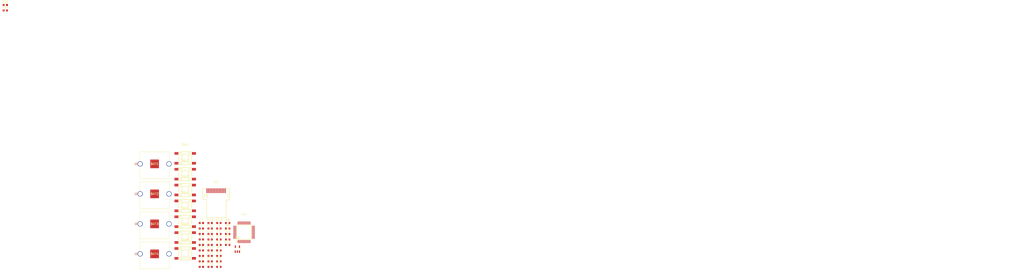
<source format=kicad_pcb>
(kicad_pcb (version 20240108) (generator "pcbnew") (generator_version "8.0")
  (layers (0 "F.Cu" signal) (31 "B.Cu" signal) (34 "B.Paste" user) (35 "F.Paste" user) (36 "B.SilkS" user "B.Silkscreen") (37 "F.SilkS" user "F.Silkscreen") (38 "B.Mask" user) (39 "F.Mask" user) (44 "Edge.Cuts" user))
  (net 0 "")
  (net 1 "Net-(BAT1-Pad3)")
  (net 2 "Net-(BAT1-Pad1)")
  (net 3 "Net-(BAT2-Pad3)")
  (net 4 "Net-(BAT3-Pad3)")
  (net 5 "GND")
  (net 6 "Net-(U2-EN)")
  (net 7 "Net-(U2-FB)")
  (net 8 "+3V0")
  (net 9 "Net-(U4-VBAT)")
  (net 10 "Net-(C13-Pad1)")
  (net 11 "Net-(C13-Pad2)")
  (net 12 "Net-(C14-Pad2)")
  (net 13 "Net-(C14-Pad1)")
  (net 14 "Net-(C15-Pad1)")
  (net 15 "Net-(C15-Pad2)")
  (net 16 "Net-(C16-Pad2)")
  (net 17 "Net-(C16-Pad1)")
  (net 18 "Net-(C17-Pad2)")
  (net 19 "Net-(C17-Pad1)")
  (net 20 "Net-(C18-Pad1)")
  (net 21 "Net-(C18-Pad2)")
  (net 22 "reset_button")
  (net 23 "Net-(U2-SW)")
  (net 24 "Net-(R10-Pad2)")
  (net 25 "Net-(U4-BOOT0)")
  (net 26 "button_up")
  (net 27 "button_down")
  (net 28 "button_right")
  (net 29 "button_a")
  (net 30 "button_left")
  (net 31 "button_b")
  (net 32 "Net-(U3-RESET)")
  (net 33 "spi1_sck")
  (net 36 "spi1_mosi")
  (net 37 "Net-(U3-RS)")
  (net 39 "Net-(U3-CS)")
  (net 65 "spi1_miso")
  (footprint "Capacitor_SMD:C_0603_1608Metric" (layer "F.Cu") (at 95.225 110.545)
    (property "Reference" "C14" (at 0 -1.43 0) (layer "F.SilkS"))
    (property "Value" "2.2uF")
    (fp_line (start -0.14058 -0.51) (end 0.14058 -0.51) (stroke (width 0.12)) (layer "F.SilkS"))
    (fp_line (start -0.14058 0.51) (end 0.14058 0.51) (stroke (width 0.12)) (layer "F.SilkS"))
    (pad "1" smd roundrect (at -0.775 0) (size 0.9 0.95) (layers "F.Cu" "F.Paste" "F.Mask") (net 13 "Net-(C14-Pad1)"))
    (pad "2" smd roundrect (at 0.775 0) (size 0.9 0.95) (layers "F.Cu" "F.Paste" "F.Mask") (net 12 "Net-(C14-Pad2)"))
  )
  (footprint "indigos_kicad_lib:2997_KEY" (layer "F.Cu") (at 63.2 87.1896)
    (property "Reference" "BAT2" (at 6.604 0 0) (layer "F.SilkS"))
    (property "Value" "2997")
    (fp_circle (center -1.905 0) (end -1.524 0) (stroke (width 0.508)) (fill none) (layer "B.SilkS"))
    (fp_line (start -0.127 -5.461) (end -0.127 -1.508503) (stroke (width 0.1524)) (layer "F.SilkS"))
    (fp_line (start -0.127 1.508503) (end -0.127 6.858) (stroke (width 0.1524)) (layer "F.SilkS"))
    (fp_line (start -0.127 6.858) (end 13.335 6.858) (stroke (width 0.1524)) (layer "F.SilkS"))
    (fp_line (start 13.335 -5.461) (end -0.127 -5.461) (stroke (width 0.1524)) (layer "F.SilkS"))
    (fp_line (start 13.335 -1.508503) (end 13.335 -5.461) (stroke (width 0.1524)) (layer "F.SilkS"))
    (fp_line (start 13.335 6.858) (end 13.335 1.508503) (stroke (width 0.1524)) (layer "F.SilkS"))
    (fp_arc (start -1.665488 0.296302) (mid -2.286 0) (end -1.665488 -0.296302) (stroke (width 0.508)) (layer "F.SilkS"))
    (pad "1" thru_hole circle (at 0 0) (size 2.3622 2.3622) (drill 1.8542) (layers "*.Cu" "*.Mask") (net 1 "Net-(BAT1-Pad3)"))
    (pad "2" thru_hole circle (at 13.208 0) (size 2.3622 2.3622) (drill 1.8542) (layers "*.Cu" "*.Mask") (net 1 "Net-(BAT1-Pad3)"))
    (pad "3" smd rect (at 6.604 0) (size 3.9624 3.9624) (layers "F.Cu" "F.Paste" "F.Mask") (net 3 "Net-(BAT2-Pad3)"))
  )
  (footprint "Capacitor_SMD:C_0603_1608Metric" (layer "F.Cu") (at 91.215 115.565)
    (property "Reference" "C7" (at 0 -1.43 0) (layer "F.SilkS"))
    (property "Value" "100nF")
    (fp_line (start -0.14058 -0.51) (end 0.14058 -0.51) (stroke (width 0.12)) (layer "F.SilkS"))
    (fp_line (start -0.14058 0.51) (end 0.14058 0.51) (stroke (width 0.12)) (layer "F.SilkS"))
    (pad "1" smd roundrect (at -0.775 0) (size 0.9 0.95) (layers "F.Cu" "F.Paste" "F.Mask") (net 8 "+3V0"))
    (pad "2" smd roundrect (at 0.775 0) (size 0.9 0.95) (layers "F.Cu" "F.Paste" "F.Mask") (net 5 "GND"))
  )
  (footprint "easyeda2kicad:SW-SMD_4P-L6.0-W6.0-P4.50-LS8.6" (layer "F.Cu") (at 83.81 70.925)
    (property "Reference" "SW1" (at 0 -6.25 0) (layer "F.SilkS"))
    (property "Value" "TSD003A04126A02")
    (fp_line (start -3 -3) (end 3 -3) (stroke (width 0.25)) (layer "F.SilkS"))
    (fp_line (start -3 -1.27) (end -3 1.27) (stroke (width 0.25)) (layer "F.SilkS"))
    (fp_line (start -3 3) (end 3 3) (stroke (width 0.25)) (layer "F.SilkS"))
    (fp_line (start 3 -1.27) (end 3 1.27) (stroke (width 0.25)) (layer "F.SilkS"))
    (fp_circle (center -2.03 -2.03) (end -1.46 -2.03) (stroke (width 0.25)) (fill none) (layer "F.SilkS"))
    (fp_circle (center -1.97 2.09) (end -1.4 2.09) (stroke (width 0.25)) (fill none) (layer "F.SilkS"))
    (fp_circle (center 0 0) (end 1.71 0) (stroke (width 0.25)) (fill none) (layer "F.SilkS"))
    (fp_circle (center 2.03 2.03) (end 2.6 2.03) (stroke (width 0.25)) (fill none) (layer "F.SilkS"))
    (fp_circle (center 2.09 -1.97) (end 2.66 -1.97) (stroke (width 0.25)) (fill none) (layer "F.SilkS"))
    (pad "1" smd rect (at -4 -2.25) (size 1.8 1.2) (layers "F.Cu" "F.Paste" "F.Mask") (net 8 "+3V0"))
    (pad "2" smd rect (at 4 -2.25) (size 1.8 1.2) (layers "F.Cu" "F.Paste" "F.Mask") (net 8 "+3V0"))
    (pad "3" smd rect (at -4 2.25) (size 1.8 1.2) (layers "F.Cu" "F.Paste" "F.Mask") (net 26 "button_up"))
    (pad "4" smd rect (at 4 2.25) (size 1.8 1.2) (layers "F.Cu" "F.Paste" "F.Mask") (net 11 "Net-(C13-Pad2)"))
  )
  (footprint "Capacitor_SMD:C_0603_1608Metric" (layer "F.Cu") (at 95.225 113.055)
    (property "Reference" "C15" (at 0 -1.43 0) (layer "F.SilkS"))
    (property "Value" "2.2uF")
    (fp_line (start -0.14058 -0.51) (end 0.14058 -0.51) (stroke (width 0.12)) (layer "F.SilkS"))
    (fp_line (start -0.14058 0.51) (end 0.14058 0.51) (stroke (width 0.12)) (layer "F.SilkS"))
    (pad "1" smd roundrect (at -0.775 0) (size 0.9 0.95) (layers "F.Cu" "F.Paste" "F.Mask") (net 14 "Net-(C15-Pad1)"))
    (pad "2" smd roundrect (at 0.775 0) (size 0.9 0.95) (layers "F.Cu" "F.Paste" "F.Mask") (net 15 "Net-(C15-Pad2)"))
  )
  (footprint "Capacitor_SMD:C_0603_1608Metric" (layer "F.Cu") (at 91.215 105.525)
    (property "Reference" "C3" (at 0 -1.43 0) (layer "F.SilkS"))
    (property "Value" "10uF")
    (fp_line (start -0.14058 -0.51) (end 0.14058 -0.51) (stroke (width 0.12)) (layer "F.SilkS"))
    (fp_line (start -0.14058 0.51) (end 0.14058 0.51) (stroke (width 0.12)) (layer "F.SilkS"))
    (pad "1" smd roundrect (at -0.775 0) (size 0.9 0.95) (layers "F.Cu" "F.Paste" "F.Mask") (net 8 "+3V0"))
    (pad "2" smd roundrect (at 0.775 0) (size 0.9 0.95) (layers "F.Cu" "F.Paste" "F.Mask") (net 5 "GND"))
  )
  (footprint "Capacitor_SMD:C_0603_1608Metric" (layer "F.Cu") (at 95.225 100.505)
    (property "Reference" "C10" (at 0 -1.43 0) (layer "F.SilkS"))
    (property "Value" "10uF")
    (fp_line (start -0.14058 -0.51) (end 0.14058 -0.51) (stroke (width 0.12)) (layer "F.SilkS"))
    (fp_line (start -0.14058 0.51) (end 0.14058 0.51) (stroke (width 0.12)) (layer "F.SilkS"))
    (pad "1" smd roundrect (at -0.775 0) (size 0.9 0.95) (layers "F.Cu" "F.Paste" "F.Mask") (net 8 "+3V0"))
    (pad "2" smd roundrect (at 0.775 0) (size 0.9 0.95) (layers "F.Cu" "F.Paste" "F.Mask") (net 5 "GND"))
  )
  (footprint "easyeda2kicad:SOT-23-5_L3.0-W1.7-P0.95-LS2.8-BL" (layer "F.Cu") (at 107.7 112.49)
    (property "Reference" "U2" (at 0 -5.15 0) (layer "F.SilkS"))
    (property "Value" "MT9216")
    (fp_line (start -1.53 0.85) (end -1.53 -0.85) (stroke (width 0.15)) (layer "F.SilkS"))
    (fp_line (start 0.48 -0.85) (end -0.48 -0.85) (stroke (width 0.15)) (layer "F.SilkS"))
    (fp_line (start 1.53 0.85) (end 1.53 -0.85) (stroke (width 0.15)) (layer "F.SilkS"))
    (fp_circle (center -1.65 1.14) (end -1.5 1.14) (stroke (width 0.3)) (fill none) (layer "F.SilkS"))
    (pad "1" smd rect (at -0.95 1.15) (size 0.49 1.16) (layers "F.Cu" "F.Paste" "F.Mask") (net 6 "Net-(U2-EN)"))
    (pad "2" smd rect (at 0 1.15) (size 0.49 1.16) (layers "F.Cu" "F.Paste" "F.Mask") (net 5 "GND"))
    (pad "3" smd rect (at 0.95 1.15) (size 0.49 1.16) (layers "F.Cu" "F.Paste" "F.Mask") (net 6 "Net-(U2-EN)"))
    (pad "4" smd rect (at 0.95 -1.15) (size 0.49 1.18) (layers "F.Cu" "F.Paste" "F.Mask") (net 7 "Net-(U2-FB)"))
    (pad "5" smd rect (at -0.95 -1.15) (size 0.49 1.18) (layers "F.Cu" "F.Paste" "F.Mask") (net 23 "Net-(U2-SW)"))
  )
  (footprint "Resistor_SMD:R_0603_1608Metric" (layer "F.Cu") (at 99.235 110.545)
    (property "Reference" "R3" (at 0 -1.43 0) (layer "F.SilkS"))
    (property "Value" "0")
    (fp_line (start -0.237258 -0.5225) (end 0.237258 -0.5225) (stroke (width 0.12)) (layer "F.SilkS"))
    (fp_line (start -0.237258 0.5225) (end 0.237258 0.5225) (stroke (width 0.12)) (layer "F.SilkS"))
    (pad "1" smd roundrect (at -0.825 0) (size 0.8 0.95) (layers "F.Cu" "F.Paste" "F.Mask") (net 6 "Net-(U2-EN)"))
    (pad "2" smd roundrect (at 0.825 0) (size 0.8 0.95) (layers "F.Cu" "F.Paste" "F.Mask") (net 2 "Net-(BAT1-Pad1)"))
  )
  (footprint "Resistor_SMD:R_0603_1608Metric" (layer "F.Cu") (at 103.245 108.035)
    (property "Reference" "R11" (at 0 -1.43 0) (layer "F.SilkS"))
    (property "Value" "0")
    (fp_line (start -0.237258 -0.5225) (end 0.237258 -0.5225) (stroke (width 0.12)) (layer "F.SilkS"))
    (fp_line (start -0.237258 0.5225) (end 0.237258 0.5225) (stroke (width 0.12)) (layer "F.SilkS"))
    (pad "1" smd roundrect (at -0.825 0) (size 0.8 0.95) (layers "F.Cu" "F.Paste" "F.Mask") (net 24 "Net-(R10-Pad2)"))
    (pad "2" smd roundrect (at 0.825 0) (size 0.8 0.95) (layers "F.Cu" "F.Paste" "F.Mask") (net 8 "+3V0"))
  )
  (footprint "Capacitor_SMD:C_0603_1608Metric" (layer "F.Cu") (at 95.225 105.525)
    (property "Reference" "C12" (at 0 -1.43 0) (layer "F.SilkS"))
    (property "Value" "100nF")
    (fp_line (start -0.14058 -0.51) (end 0.14058 -0.51) (stroke (width 0.12)) (layer "F.SilkS"))
    (fp_line (start -0.14058 0.51) (end 0.14058 0.51) (stroke (width 0.12)) (layer "F.SilkS"))
    (pad "1" smd roundrect (at -0.775 0) (size 0.9 0.95) (layers "F.Cu" "F.Paste" "F.Mask") (net 8 "+3V0"))
    (pad "2" smd roundrect (at 0.775 0) (size 0.9 0.95) (layers "F.Cu" "F.Paste" "F.Mask") (net 9 "Net-(U4-VBAT)"))
  )
  (footprint "Capacitor_SMD:C_0603_1608Metric" (layer "F.Cu") (at 1.505 0.755)
    (property "Reference" "C20" (at 0 -1.43 0) (layer "F.SilkS"))
    (property "Value" "10uF")
    (fp_line (start -0.14058 -0.51) (end 0.14058 -0.51) (stroke (width 0.12)) (layer "F.SilkS"))
    (fp_line (start -0.14058 0.51) (end 0.14058 0.51) (stroke (width 0.12)) (layer "F.SilkS"))
    (pad "1" smd roundrect (at -0.775 0) (size 0.9 0.95) (layers "F.Cu" "F.Paste" "F.Mask") (net 8 "+3V0"))
    (pad "2" smd roundrect (at 0.775 0) (size 0.9 0.95) (layers "F.Cu" "F.Paste" "F.Mask") (net 5 "GND"))
  )
  (footprint "Capacitor_SMD:C_0603_1608Metric" (layer "F.Cu") (at 91.215 118.075)
    (property "Reference" "C8" (at 0 -1.43 0) (layer "F.SilkS"))
    (property "Value" "10uF")
    (fp_line (start -0.14058 -0.51) (end 0.14058 -0.51) (stroke (width 0.12)) (layer "F.SilkS"))
    (fp_line (start -0.14058 0.51) (end 0.14058 0.51) (stroke (width 0.12)) (layer "F.SilkS"))
    (pad "1" smd roundrect (at -0.775 0) (size 0.9 0.95) (layers "F.Cu" "F.Paste" "F.Mask") (net 8 "+3V0"))
    (pad "2" smd roundrect (at 0.775 0) (size 0.9 0.95) (layers "F.Cu" "F.Paste" "F.Mask") (net 5 "GND"))
  )
  (footprint "Capacitor_SMD:C_0603_1608Metric" (layer "F.Cu") (at 91.215 113.055)
    (property "Reference" "C6" (at 0 -1.43 0) (layer "F.SilkS"))
    (property "Value" "10uF")
    (fp_line (start -0.14058 -0.51) (end 0.14058 -0.51) (stroke (width 0.12)) (layer "F.SilkS"))
    (fp_line (start -0.14058 0.51) (end 0.14058 0.51) (stroke (width 0.12)) (layer "F.SilkS"))
    (pad "1" smd roundrect (at -0.775 0) (size 0.9 0.95) (layers "F.Cu" "F.Paste" "F.Mask") (net 8 "+3V0"))
    (pad "2" smd roundrect (at 0.775 0) (size 0.9 0.95) (layers "F.Cu" "F.Paste" "F.Mask") (net 5 "GND"))
  )
  (footprint "easyeda2kicad:OLED-SMD_ST7735S" (layer "F.Cu") (at 97.96 85.73)
    (property "Reference" "U3" (at 0 -4 0) (layer "F.SilkS"))
    (property "Value" "N096-1608TBBIG11-H13")
    (fp_line (start -6.2 -1) (end -6.2 3) (stroke (width 0.25)) (layer "F.SilkS"))
    (fp_line (start -4.64 4.01) (end -5.69 4.01) (stroke (width 0.25)) (layer "F.SilkS"))
    (fp_line (start -4.63 -1) (end -6.2 -1) (stroke (width 0.25)) (layer "F.SilkS"))
    (fp_line (start -4.4 4.25) (end -4.4 12.3) (stroke (width 0.25)) (layer "F.SilkS"))
    (fp_line (start 4.6 4.25) (end 4.6 12.3) (stroke (width 0.25)) (layer "F.SilkS"))
    (fp_line (start 4.6 12.3) (end -4.4 12.3) (stroke (width 0.25)) (layer "F.SilkS"))
    (fp_line (start 4.65 4.25) (end 5.7 4.25) (stroke (width 0.25)) (layer "F.SilkS"))
    (fp_line (start 6.2 -1) (end 4.64 -1) (stroke (width 0.25)) (layer "F.SilkS"))
    (fp_line (start 6.2 -1) (end 6.2 3) (stroke (width 0.25)) (layer "F.SilkS"))
    (fp_line (start 6.2 3) (end 6.2 3.35) (stroke (width 0.25)) (layer "F.SilkS"))
    (fp_arc (start -5.687905 4.008958) (mid -6.064648 3.565738) (end -6.2 3) (stroke (width 0.25)) (layer "F.SilkS"))
    (fp_arc (start -4.64 4.01) (mid -4.470294 4.080294) (end -4.4 4.25) (stroke (width 0.25)) (layer "F.SilkS"))
    (fp_arc (start 6.21 3.24) (mid 6.074648 3.805738) (end 5.697905 4.248958) (stroke (width 0.25)) (layer "F.SilkS"))
    (fp_text user "1" (at 4.95 2.3 0) (layer "F.SilkS") (effects (font (thickness 0.2)) (justify left)))
    (fp_text user "13" (at -5.8 2.3 0) (layer "F.SilkS") (effects (font (thickness 0.2)) (justify left)))
    (pad "1" smd rect (at 4.2 0 180) (size 0.4 2.2) (layers "F.Cu" "F.Paste" "F.Mask"))
    (pad "2" smd rect (at 3.5 0 180) (size 0.4 2.2) (layers "F.Cu" "F.Paste" "F.Mask"))
    (pad "3" smd rect (at 2.8 0 180) (size 0.4 2.2) (layers "F.Cu" "F.Paste" "F.Mask") (net 36 "spi1_mosi"))
    (pad "4" smd rect (at 2.1 0 180) (size 0.4 2.2) (layers "F.Cu" "F.Paste" "F.Mask") (net 33 "spi1_sck"))
    (pad "5" smd rect (at 1.4 0 180) (size 0.4 2.2) (layers "F.Cu" "F.Paste" "F.Mask") (net 37 "Net-(U3-RS)"))
    (pad "6" smd rect (at 0.7 0 180) (size 0.4 2.2) (layers "F.Cu" "F.Paste" "F.Mask") (net 32 "Net-(U3-RESET)"))
    (pad "7" smd rect (at 0 0 180) (size 0.4 2.2) (layers "F.Cu" "F.Paste" "F.Mask") (net 39 "Net-(U3-CS)"))
    (pad "8" smd rect (at -0.7 0 180) (size 0.4 2.2) (layers "F.Cu" "F.Paste" "F.Mask") (net 5 "GND"))
    (pad "9" smd rect (at -1.4 0 180) (size 0.4 2.2) (layers "F.Cu" "F.Paste" "F.Mask"))
    (pad "10" smd rect (at -2.1 0 180) (size 0.4 2.2) (layers "F.Cu" "F.Paste" "F.Mask") (net 8 "+3V0"))
    (pad "11" smd rect (at -2.8 0 180) (size 0.4 2.2) (layers "F.Cu" "F.Paste" "F.Mask") (net 5 "GND"))
    (pad "12" smd rect (at -3.5 0 180) (size 0.4 2.2) (layers "F.Cu" "F.Paste" "F.Mask") (net 8 "+3V0"))
    (pad "13" smd rect (at -4.2 0 180) (size 0.4 2.2) (layers "F.Cu" "F.Paste" "F.Mask") (net 5 "GND"))
  )
  (footprint "Capacitor_SMD:C_0603_1608Metric" (layer "F.Cu") (at 1.505 3.265)
    (property "Reference" "C21" (at 0 -1.43 0) (layer "F.SilkS"))
    (property "Value" "100nF")
    (fp_line (start -0.14058 -0.51) (end 0.14058 -0.51) (stroke (width 0.12)) (layer "F.SilkS"))
    (fp_line (start -0.14058 0.51) (end 0.14058 0.51) (stroke (width 0.12)) (layer "F.SilkS"))
    (pad "1" smd roundrect (at -0.775 0) (size 0.9 0.95) (layers "F.Cu" "F.Paste" "F.Mask") (net 8 "+3V0"))
    (pad "2" smd roundrect (at 0.775 0) (size 0.9 0.95) (layers "F.Cu" "F.Paste" "F.Mask") (net 5 "GND"))
  )
  (footprint "Capacitor_SMD:C_0603_1608Metric" (layer "F.Cu") (at 99.235 100.505)
    (property "Reference" "C19" (at 0 -1.43 0) (layer "F.SilkS"))
    (property "Value" ".1uF")
    (fp_line (start -0.14058 -0.51) (end 0.14058 -0.51) (stroke (width 0.12)) (layer "F.SilkS"))
    (fp_line (start -0.14058 0.51) (end 0.14058 0.51) (stroke (width 0.12)) (layer "F.SilkS"))
    (pad "1" smd roundrect (at -0.775 0) (size 0.9 0.95) (layers "F.Cu" "F.Paste" "F.Mask") (net 22 "reset_button"))
    (pad "2" smd roundrect (at 0.775 0) (size 0.9 0.95) (layers "F.Cu" "F.Paste" "F.Mask") (net 5 "GND"))
  )
  (footprint "Resistor_SMD:R_0603_1608Metric" (layer "F.Cu") (at 103.245 110.545)
    (property "Reference" "R12" (at 0 -1.43 0) (layer "F.SilkS"))
    (property "Value" "0")
    (fp_line (start -0.237258 -0.5225) (end 0.237258 -0.5225) (stroke (width 0.12)) (layer "F.SilkS"))
    (fp_line (start -0.237258 0.5225) (end 0.237258 0.5225) (stroke (width 0.12)) (layer "F.SilkS"))
    (pad "1" smd roundrect (at -0.825 0) (size 0.8 0.95) (layers "F.Cu" "F.Paste" "F.Mask") (net 24 "Net-(R10-Pad2)"))
    (pad "2" smd roundrect (at 0.825 0) (size 0.8 0.95) (layers "F.Cu" "F.Paste" "F.Mask") (net 5 "GND"))
  )
  (footprint "Resistor_SMD:R_0603_1608Metric" (layer "F.Cu") (at 99.235 108.035)
    (property "Reference" "R2" (at 0 -1.43 0) (layer "F.SilkS"))
    (property "Value" "100k 1%")
    (fp_line (start -0.237258 -0.5225) (end 0.237258 -0.5225) (stroke (width 0.12)) (layer "F.SilkS"))
    (fp_line (start -0.237258 0.5225) (end 0.237258 0.5225) (stroke (width 0.12)) (layer "F.SilkS"))
    (pad "1" smd roundrect (at -0.825 0) (size 0.8 0.95) (layers "F.Cu" "F.Paste" "F.Mask") (net 7 "Net-(U2-FB)"))
    (pad "2" smd roundrect (at 0.825 0) (size 0.8 0.95) (layers "F.Cu" "F.Paste" "F.Mask") (net 5 "GND"))
  )
  (footprint "Capacitor_SMD:C_0603_1608Metric" (layer "F.Cu") (at 95.225 108.035)
    (property "Reference" "C13" (at 0 -1.43 0) (layer "F.SilkS"))
    (property "Value" "2.2uF")
    (fp_line (start -0.14058 -0.51) (end 0.14058 -0.51) (stroke (width 0.12)) (layer "F.SilkS"))
    (fp_line (start -0.14058 0.51) (end 0.14058 0.51) (stroke (width 0.12)) (layer "F.SilkS"))
    (pad "1" smd roundrect (at -0.775 0) (size 0.9 0.95) (layers "F.Cu" "F.Paste" "F.Mask") (net 10 "Net-(C13-Pad1)"))
    (pad "2" smd roundrect (at 0.775 0) (size 0.9 0.95) (layers "F.Cu" "F.Paste" "F.Mask") (net 11 "Net-(C13-Pad2)"))
  )
  (footprint "indigos_kicad_lib:2997_KEY" (layer "F.Cu") (at 63.2 73.4642)
    (property "Reference" "BAT1" (at 6.604 0 0) (layer "F.SilkS"))
    (property "Value" "2997")
    (fp_circle (center -1.905 0) (end -1.524 0) (stroke (width 0.508)) (fill none) (layer "B.SilkS"))
    (fp_line (start -0.127 -5.461) (end -0.127 -1.508503) (stroke (width 0.1524)) (layer "F.SilkS"))
    (fp_line (start -0.127 1.508503) (end -0.127 6.858) (stroke (width 0.1524)) (layer "F.SilkS"))
    (fp_line (start -0.127 6.858) (end 13.335 6.858) (stroke (width 0.1524)) (layer "F.SilkS"))
    (fp_line (start 13.335 -5.461) (end -0.127 -5.461) (stroke (width 0.1524)) (layer "F.SilkS"))
    (fp_line (start 13.335 -1.508503) (end 13.335 -5.461) (stroke (width 0.1524)) (layer "F.SilkS"))
    (fp_line (start 13.335 6.858) (end 13.335 1.508503) (stroke (width 0.1524)) (layer "F.SilkS"))
    (fp_arc (start -1.665488 0.296302) (mid -2.286 0) (end -1.665488 -0.296302) (stroke (width 0.508)) (layer "F.SilkS"))
    (pad "1" thru_hole circle (at 0 0) (size 2.3622 2.3622) (drill 1.8542) (layers "*.Cu" "*.Mask") (net 2 "Net-(BAT1-Pad1)"))
    (pad "2" thru_hole circle (at 13.208 0) (size 2.3622 2.3622) (drill 1.8542) (layers "*.Cu" "*.Mask") (net 2 "Net-(BAT1-Pad1)"))
    (pad "3" smd rect (at 6.604 0) (size 3.9624 3.9624) (layers "F.Cu" "F.Paste" "F.Mask") (net 1 "Net-(BAT1-Pad3)"))
  )
  (footprint "Resistor_SMD:R_0603_1608Metric" (layer "F.Cu") (at 99.235 105.525)
    (property "Reference" "R1" (at 0 -1.43 0) (layer "F.SilkS"))
    (property "Value" "400k 1%")
    (fp_line (start -0.237258 -0.5225) (end 0.237258 -0.5225) (stroke (width 0.12)) (layer "F.SilkS"))
    (fp_line (start -0.237258 0.5225) (end 0.237258 0.5225) (stroke (width 0.12)) (layer "F.SilkS"))
    (pad "1" smd roundrect (at -0.825 0) (size 0.8 0.95) (layers "F.Cu" "F.Paste" "F.Mask") (net 8 "+3V0"))
    (pad "2" smd roundrect (at 0.825 0) (size 0.8 0.95) (layers "F.Cu" "F.Paste" "F.Mask") (net 7 "Net-(U2-FB)"))
  )
  (footprint "Resistor_SMD:R_0603_1608Metric" (layer "F.Cu") (at 99.235 118.075)
    (property "Reference" "R6" (at 0 -1.43 0) (layer "F.SilkS"))
    (property "Value" "1k")
    (fp_line (start -0.237258 -0.5225) (end 0.237258 -0.5225) (stroke (width 0.12)) (layer "F.SilkS"))
    (fp_line (start -0.237258 0.5225) (end 0.237258 0.5225) (stroke (width 0.12)) (layer "F.SilkS"))
    (pad "1" smd roundrect (at -0.825 0) (size 0.8 0.95) (layers "F.Cu" "F.Paste" "F.Mask") (net 5 "GND"))
    (pad "2" smd roundrect (at 0.825 0) (size 0.8 0.95) (layers "F.Cu" "F.Paste" "F.Mask") (net 14 "Net-(C15-Pad1)"))
  )
  (footprint "Resistor_SMD:R_0603_1608Metric" (layer "F.Cu") (at 103.245 103.015)
    (property "Reference" "R9" (at 0 -1.43 0) (layer "F.SilkS"))
    (property "Value" "1k")
    (fp_line (start -0.237258 -0.5225) (end 0.237258 -0.5225) (stroke (width 0.12)) (layer "F.SilkS"))
    (fp_line (start -0.237258 0.5225) (end 0.237258 0.5225) (stroke (width 0.12)) (layer "F.SilkS"))
    (pad "1" smd roundrect (at -0.825 0) (size 0.8 0.95) (layers "F.Cu" "F.Paste" "F.Mask") (net 5 "GND"))
    (pad "2" smd roundrect (at 0.825 0) (size 0.8 0.95) (layers "F.Cu" "F.Paste" "F.Mask") (net 20 "Net-(C18-Pad1)"))
  )
  (footprint "Capacitor_SMD:C_0603_1608Metric" (layer "F.Cu") (at 95.225 118.075)
    (property "Reference" "C17" (at 0 -1.43 0) (layer "F.SilkS"))
    (property "Value" "2.2uF")
    (fp_line (start -0.14058 -0.51) (end 0.14058 -0.51) (stroke (width 0.12)) (layer "F.SilkS"))
    (fp_line (start -0.14058 0.51) (end 0.14058 0.51) (stroke (width 0.12)) (layer "F.SilkS"))
    (pad "1" smd roundrect (at -0.775 0) (size 0.9 0.95) (layers "F.Cu" "F.Paste" "F.Mask") (net 19 "Net-(C17-Pad1)"))
    (pad "2" smd roundrect (at 0.775 0) (size 0.9 0.95) (layers "F.Cu" "F.Paste" "F.Mask") (net 18 "Net-(C17-Pad2)"))
  )
  (footprint "easyeda2kicad:SW-SMD_4P-L6.0-W6.0-P4.50-LS8.6" (layer "F.Cu") (at 83.81 99.925)
    (property "Reference" "SW5" (at 0 -6.25 0) (layer "F.SilkS"))
    (property "Value" "TSD003A04126A02")
    (fp_line (start -3 -3) (end 3 -3) (stroke (width 0.25)) (layer "F.SilkS"))
    (fp_line (start -3 -1.27) (end -3 1.27) (stroke (width 0.25)) (layer "F.SilkS"))
    (fp_line (start -3 3) (end 3 3) (stroke (width 0.25)) (layer "F.SilkS"))
    (fp_line (start 3 -1.27) (end 3 1.27) (stroke (width 0.25)) (layer "F.SilkS"))
    (fp_circle (center -2.03 -2.03) (end -1.46 -2.03) (stroke (width 0.25)) (fill none) (layer "F.SilkS"))
    (fp_circle (center -1.97 2.09) (end -1.4 2.09) (stroke (width 0.25)) (fill none) (layer "F.SilkS"))
    (fp_circle (center 0 0) (end 1.71 0) (stroke (width 0.25)) (fill none) (layer "F.SilkS"))
    (fp_circle (center 2.03 2.03) (end 2.6 2.03) (stroke (width 0.25)) (fill none) (layer "F.SilkS"))
    (fp_circle (center 2.09 -1.97) (end 2.66 -1.97) (stroke (width 0.25)) (fill none) (layer "F.SilkS"))
    (pad "1" smd rect (at -4 -2.25) (size 1.8 1.2) (layers "F.Cu" "F.Paste" "F.Mask") (net 8 "+3V0"))
    (pad "2" smd rect (at 4 -2.25) (size 1.8 1.2) (layers "F.Cu" "F.Paste" "F.Mask") (net 8 "+3V0"))
    (pad "3" smd rect (at -4 2.25) (size 1.8 1.2) (layers "F.Cu" "F.Paste" "F.Mask") (net 30 "button_left"))
    (pad "4" smd rect (at 4 2.25) (size 1.8 1.2) (layers "F.Cu" "F.Paste" "F.Mask") (net 18 "Net-(C17-Pad2)"))
  )
  (footprint "Capacitor_SMD:C_0603_1608Metric" (layer "F.Cu") (at 91.215 120.585)
    (property "Reference" "C9" (at 0 -1.43 0) (layer "F.SilkS"))
    (property "Value" "100nF")
    (fp_line (start -0.14058 -0.51) (end 0.14058 -0.51) (stroke (width 0.12)) (layer "F.SilkS"))
    (fp_line (start -0.14058 0.51) (end 0.14058 0.51) (stroke (width 0.12)) (layer "F.SilkS"))
    (pad "1" smd roundrect (at -0.775 0) (size 0.9 0.95) (layers "F.Cu" "F.Paste" "F.Mask") (net 8 "+3V0"))
    (pad "2" smd roundrect (at 0.775 0) (size 0.9 0.95) (layers "F.Cu" "F.Paste" "F.Mask") (net 5 "GND"))
  )
  (footprint "easyeda2kicad:SW-SMD_4P-L6.0-W6.0-P4.50-LS8.6" (layer "F.Cu") (at 83.81 85.425)
    (property "Reference" "SW3" (at 0 -6.25 0) (layer "F.SilkS"))
    (property "Value" "TSD003A04126A02")
    (fp_line (start -3 -3) (end 3 -3) (stroke (width 0.25)) (layer "F.SilkS"))
    (fp_line (start -3 -1.27) (end -3 1.27) (stroke (width 0.25)) (layer "F.SilkS"))
    (fp_line (start -3 3) (end 3 3) (stroke (width 0.25)) (layer "F.SilkS"))
    (fp_line (start 3 -1.27) (end 3 1.27) (stroke (width 0.25)) (layer "F.SilkS"))
    (fp_circle (center -2.03 -2.03) (end -1.46 -2.03) (stroke (width 0.25)) (fill none) (layer "F.SilkS"))
    (fp_circle (center -1.97 2.09) (end -1.4 2.09) (stroke (width 0.25)) (fill none) (layer "F.SilkS"))
    (fp_circle (center 0 0) (end 1.71 0) (stroke (width 0.25)) (fill none) (layer "F.SilkS"))
    (fp_circle (center 2.03 2.03) (end 2.6 2.03) (stroke (width 0.25)) (fill none) (layer "F.SilkS"))
    (fp_circle (center 2.09 -1.97) (end 2.66 -1.97) (stroke (width 0.25)) (fill none) (layer "F.SilkS"))
    (pad "1" smd rect (at -4 -2.25) (size 1.8 1.2) (layers "F.Cu" "F.Paste" "F.Mask") (net 8 "+3V0"))
    (pad "2" smd rect (at 4 -2.25) (size 1.8 1.2) (layers "F.Cu" "F.Paste" "F.Mask") (net 8 "+3V0"))
    (pad "3" smd rect (at -4 2.25) (size 1.8 1.2) (layers "F.Cu" "F.Paste" "F.Mask") (net 28 "button_right"))
    (pad "4" smd rect (at 4 2.25) (size 1.8 1.2) (layers "F.Cu" "F.Paste" "F.Mask") (net 15 "Net-(C15-Pad2)"))
  )
  (footprint "Resistor_SMD:R_0603_1608Metric" (layer "F.Cu") (at 99.235 120.585)
    (property "Reference" "R7" (at 0 -1.43 0) (layer "F.SilkS"))
    (property "Value" "1k")
    (fp_line (start -0.237258 -0.5225) (end 0.237258 -0.5225) (stroke (width 0.12)) (layer "F.SilkS"))
    (fp_line (start -0.237258 0.5225) (end 0.237258 0.5225) (stroke (width 0.12)) (layer "F.SilkS"))
    (pad "1" smd roundrect (at -0.825 0) (size 0.8 0.95) (layers "F.Cu" "F.Paste" "F.Mask") (net 5 "GND"))
    (pad "2" smd roundrect (at 0.825 0) (size 0.8 0.95) (layers "F.Cu" "F.Paste" "F.Mask") (net 17 "Net-(C16-Pad1)"))
  )
  (footprint "Capacitor_SMD:C_0603_1608Metric" (layer "F.Cu") (at 95.225 115.565)
    (property "Reference" "C16" (at 0 -1.43 0) (layer "F.SilkS"))
    (property "Value" "2.2uF")
    (fp_line (start -0.14058 -0.51) (end 0.14058 -0.51) (stroke (width 0.12)) (layer "F.SilkS"))
    (fp_line (start -0.14058 0.51) (end 0.14058 0.51) (stroke (width 0.12)) (layer "F.SilkS"))
    (pad "1" smd roundrect (at -0.775 0) (size 0.9 0.95) (layers "F.Cu" "F.Paste" "F.Mask") (net 17 "Net-(C16-Pad1)"))
    (pad "2" smd roundrect (at 0.775 0) (size 0.9 0.95) (layers "F.Cu" "F.Paste" "F.Mask") (net 16 "Net-(C16-Pad2)"))
  )
  (footprint "Resistor_SMD:R_0603_1608Metric" (layer "F.Cu") (at 99.235 115.565)
    (property "Reference" "R5" (at 0 -1.43 0) (layer "F.SilkS"))
    (property "Value" "1k")
    (fp_line (start -0.237258 -0.5225) (end 0.237258 -0.5225) (stroke (width 0.12)) (layer "F.SilkS"))
    (fp_line (start -0.237258 0.5225) (end 0.237258 0.5225) (stroke (width 0.12)) (layer "F.SilkS"))
    (pad "1" smd roundrect (at -0.825 0) (size 0.8 0.95) (layers "F.Cu" "F.Paste" "F.Mask") (net 5 "GND"))
    (pad "2" smd roundrect (at 0.825 0) (size 0.8 0.95) (layers "F.Cu" "F.Paste" "F.Mask") (net 13 "Net-(C14-Pad1)"))
  )
  (footprint "Resistor_SMD:R_0603_1608Metric" (layer "F.Cu") (at 103.245 100.505)
    (property "Reference" "R8" (at 0 -1.43 0) (layer "F.SilkS"))
    (property "Value" "1k")
    (fp_line (start -0.237258 -0.5225) (end 0.237258 -0.5225) (stroke (width 0.12)) (layer "F.SilkS"))
    (fp_line (start -0.237258 0.5225) (end 0.237258 0.5225) (stroke (width 0.12)) (layer "F.SilkS"))
    (pad "1" smd roundrect (at -0.825 0) (size 0.8 0.95) (layers "F.Cu" "F.Paste" "F.Mask") (net 5 "GND"))
    (pad "2" smd roundrect (at 0.825 0) (size 0.8 0.95) (layers "F.Cu" "F.Paste" "F.Mask") (net 19 "Net-(C17-Pad1)"))
  )
  (footprint "Capacitor_SMD:C_0603_1608Metric" (layer "F.Cu") (at 91.215 110.545)
    (property "Reference" "C5" (at 0 -1.43 0) (layer "F.SilkS"))
    (property "Value" "10uF")
    (fp_line (start -0.14058 -0.51) (end 0.14058 -0.51) (stroke (width 0.12)) (layer "F.SilkS"))
    (fp_line (start -0.14058 0.51) (end 0.14058 0.51) (stroke (width 0.12)) (layer "F.SilkS"))
    (pad "1" smd roundrect (at -0.775 0) (size 0.9 0.95) (layers "F.Cu" "F.Paste" "F.Mask") (net 8 "+3V0"))
    (pad "2" smd roundrect (at 0.775 0) (size 0.9 0.95) (layers "F.Cu" "F.Paste" "F.Mask") (net 5 "GND"))
  )
  (footprint "Capacitor_SMD:C_0603_1608Metric" (layer "F.Cu") (at 95.225 120.585)
    (property "Reference" "C18" (at 0 -1.43 0) (layer "F.SilkS"))
    (property "Value" "2.2uF")
    (fp_line (start -0.14058 -0.51) (end 0.14058 -0.51) (stroke (width 0.12)) (layer "F.SilkS"))
    (fp_line (start -0.14058 0.51) (end 0.14058 0.51) (stroke (width 0.12)) (layer "F.SilkS"))
    (pad "1" smd roundrect (at -0.775 0) (size 0.9 0.95) (layers "F.Cu" "F.Paste" "F.Mask") (net 20 "Net-(C18-Pad1)"))
    (pad "2" smd roundrect (at 0.775 0) (size 0.9 0.95) (layers "F.Cu" "F.Paste" "F.Mask") (net 21 "Net-(C18-Pad2)"))
  )
  (footprint "easyeda2kicad:LQFP-48_L7.0-W7.0-P0.50-LS9.0-BL" (layer "F.Cu") (at 110.75 104.75)
    (property "Reference" "U4" (at 0 -8.25 0) (layer "F.SilkS"))
    (property "Value" "STM32F103C8T6")
    (fp_line (start -3.32 -3.34) (end -2.56 -3.34) (stroke (width 0.2)) (layer "F.SilkS"))
    (fp_line (start -3.32 3.31) (end -3.32 -3.34) (stroke (width 0.2)) (layer "F.SilkS"))
    (fp_line (start -2.89 -3.34) (end 3.31 -3.34) (stroke (width 0.2)) (layer "F.SilkS"))
    (fp_line (start 3.31 -3.34) (end 3.31 3.31) (stroke (width 0.2)) (layer "F.SilkS"))
    (fp_line (start 3.31 3.31) (end -3.32 3.31) (stroke (width 0.2)) (layer "F.SilkS"))
    (fp_arc (start -3.38 4.06) (mid -3.394994 4.460188) (end -3.390027 4.05975) (stroke (width 0.4)) (layer "F.SilkS"))
    (fp_circle (center -2.62 2.83) (end -2.45 2.83) (stroke (width 0.25)) (fill none) (layer "F.SilkS"))
    (pad "1" smd oval (at -2.75 4.25) (size 0.27 1.5) (layers "F.Cu" "F.Paste" "F.Mask") (net 9 "Net-(U4-VBAT)"))
    (pad "2" smd oval (at -2.25 4.25) (size 0.27 1.5) (layers "F.Cu" "F.Paste" "F.Mask"))
    (pad "3" smd oval (at -1.75 4.25) (size 0.27 1.5) (layers "F.Cu" "F.Paste" "F.Mask"))
    (pad "4" smd oval (at -1.25 4.25) (size 0.27 1.5) (layers "F.Cu" "F.Paste" "F.Mask"))
    (pad "5" smd oval (at -0.75 4.25) (size 0.27 1.5) (layers "F.Cu" "F.Paste" "F.Mask"))
    (pad "6" smd oval (at -0.25 4.25) (size 0.27 1.5) (layers "F.Cu" "F.Paste" "F.Mask"))
    (pad "7" smd oval (at 0.25 4.25) (size 0.27 1.5) (layers "F.Cu" "F.Paste" "F.Mask") (net 22 "reset_button"))
    (pad "8" smd oval (at 0.75 4.25) (size 0.27 1.5) (layers "F.Cu" "F.Paste" "F.Mask") (net 5 "GND"))
    (pad "9" smd oval (at 1.25 4.25) (size 0.27 1.5) (layers "F.Cu" "F.Paste" "F.Mask") (net 8 "+3V0"))
    (pad "10" smd oval (at 1.75 4.25) (size 0.27 1.5) (layers "F.Cu" "F.Paste" "F.Mask"))
    (pad "11" smd oval (at 2.25 4.25) (size 0.27 1.5) (layers "F.Cu" "F.Paste" "F.Mask"))
    (pad "12" smd oval (at 2.75 4.25) (size 0.27 1.5) (layers "F.Cu" "F.Paste" "F.Mask"))
    (pad "13" smd oval (at 4.25 2.75) (size 1.5 0.27) (layers "F.Cu" "F.Paste" "F.Mask"))
    (pad "14" smd oval (at 4.25 2.25) (size 1.5 0.27) (layers "F.Cu" "F.Paste" "F.Mask"))
    (pad "15" smd oval (at 4.25 1.75) (size 1.5 0.27) (layers "F.Cu" "F.Paste" "F.Mask") (net 33 "spi1_sck"))
    (pad "16" smd oval (at 4.25 1.25) (size 1.5 0.27) (layers "F.Cu" "F.Paste" "F.Mask") (net 65 "spi1_miso"))
    (pad "17" smd oval (at 4.25 0.75) (size 1.5 0.27) (layers "F.Cu" "F.Paste" "F.Mask") (net 36 "spi1_mosi"))
    (pad "18" smd oval (at 4.25 0.25) (size 1.5 0.27) (layers "F.Cu" "F.Paste" "F.Mask") (net 26 "button_up"))
    (pad "19" smd oval (at 4.25 -0.25) (size 1.5 0.27) (layers "F.Cu" "F.Paste" "F.Mask") (net 27 "button_down"))
    (pad "20" smd oval (at 4.25 -0.75) (size 1.5 0.27) (layers "F.Cu" "F.Paste" "F.Mask") (net 30 "button_left"))
    (pad "21" smd oval (at 4.25 -1.25) (size 1.5 0.27) (layers "F.Cu" "F.Paste" "F.Mask"))
    (pad "22" smd oval (at 4.25 -1.75) (size 1.5 0.27) (layers "F.Cu" "F.Paste" "F.Mask"))
    (pad "23" smd oval (at 4.25 -2.25) (size 1.5 0.27) (layers "F.Cu" "F.Paste" "F.Mask") (net 5 "GND"))
    (pad "24" smd oval (at 4.25 -2.75) (size 1.5 0.27) (layers "F.Cu" "F.Paste" "F.Mask") (net 8 "+3V0"))
    (pad "25" smd oval (at 2.75 -4.25) (size 0.27 1.5) (layers "F.Cu" "F.Paste" "F.Mask"))
    (pad "26" smd oval (at 2.25 -4.25) (size 0.27 1.5) (layers "F.Cu" "F.Paste" "F.Mask"))
    (pad "27" smd oval (at 1.75 -4.25) (size 0.27 1.5) (layers "F.Cu" "F.Paste" "F.Mask"))
    (pad "28" smd oval (at 1.25 -4.25) (size 0.27 1.5) (layers "F.Cu" "F.Paste" "F.Mask"))
    (pad "29" smd oval (at 0.75 -4.25) (size 0.27 1.5) (layers "F.Cu" "F.Paste" "F.Mask"))
    (pad "30" smd oval (at 0.25 -4.25) (size 0.27 1.5) (layers "F.Cu" "F.Paste" "F.Mask"))
    (pad "31" smd oval (at -0.25 -4.25) (size 0.27 1.5) (layers "F.Cu" "F.Paste" "F.Mask"))
    (pad "32" smd oval (at -0.75 -4.25) (size 0.27 1.5) (layers "F.Cu" "F.Paste" "F.Mask"))
    (pad "33" smd oval (at -1.25 -4.25) (size 0.27 1.5) (layers "F.Cu" "F.Paste" "F.Mask"))
    (pad "34" smd oval (at -1.75 -4.25) (size 0.27 1.5) (layers "F.Cu" "F.Paste" "F.Mask"))
    (pad "35" smd oval (at -2.25 -4.25) (size 0.27 1.5) (layers "F.Cu" "F.Paste" "F.Mask") (net 5 "GND"))
    (pad "36" smd oval (at -2.75 -4.25) (size 0.27 1.5) (layers "F.Cu" "F.Paste" "F.Mask") (net 8 "+3V0"))
    (pad "37" smd oval (at -4.25 -2.75) (size 1.5 0.27) (layers "F.Cu" "F.Paste" "F.Mask"))
    (pad "38" smd oval (at -4.25 -2.25) (size 1.5 0.27) (layers "F.Cu" "F.Paste" "F.Mask"))
    (pad "39" smd oval (at -4.25 -1.75) (size 1.5 0.27) (layers "F.Cu" "F.Paste" "F.Mask") (net 28 "button_right"))
    (pad "40" smd oval (at -4.25 -1.25) (size 1.5 0.27) (layers "F.Cu" "F.Paste" "F.Mask") (net 29 "button_a"))
    (pad "41" smd oval (at -4.25 -0.75) (size 1.5 0.27) (layers "F.Cu" "F.Paste" "F.Mask") (net 31 "button_b"))
    (pad "42" smd oval (at -4.25 -0.25) (size 1.5 0.27) (layers "F.Cu" "F.Paste" "F.Mask") (net 39 "Net-(U3-CS)"))
    (pad "43" smd oval (at -4.25 0.25) (size 1.5 0.27) (layers "F.Cu" "F.Paste" "F.Mask") (net 32 "Net-(U3-RESET)"))
    (pad "44" smd oval (at -4.25 0.75) (size 1.5 0.27) (layers "F.Cu" "F.Paste" "F.Mask") (net 25 "Net-(U4-BOOT0)"))
    (pad "45" smd oval (at -4.25 1.25) (size 1.5 0.27) (layers "F.Cu" "F.Paste" "F.Mask") (net 37 "Net-(U3-RS)"))
    (pad "46" smd oval (at -4.25 1.75) (size 1.5 0.27) (layers "F.Cu" "F.Paste" "F.Mask"))
    (pad "47" smd oval (at -4.25 2.25) (size 1.5 0.27) (layers "F.Cu" "F.Paste" "F.Mask") (net 5 "GND"))
    (pad "48" smd oval (at -4.25 2.75) (size 1.5 0.27) (layers "F.Cu" "F.Paste" "F.Mask") (net 8 "+3V0"))
  )
  (footprint "indigos_kicad_lib:2997_KEY" (layer "F.Cu") (at 63.2 100.915)
    (property "Reference" "BAT3" (at 6.604 0 0) (layer "F.SilkS"))
    (property "Value" "2997")
    (fp_circle (center -1.905 0) (end -1.524 0) (stroke (width 0.508)) (fill none) (layer "B.SilkS"))
    (fp_line (start -0.127 -5.461) (end -0.127 -1.508503) (stroke (width 0.1524)) (layer "F.SilkS"))
    (fp_line (start -0.127 1.508503) (end -0.127 6.858) (stroke (width 0.1524)) (layer "F.SilkS"))
    (fp_line (start -0.127 6.858) (end 13.335 6.858) (stroke (width 0.1524)) (layer "F.SilkS"))
    (fp_line (start 13.335 -5.461) (end -0.127 -5.461) (stroke (width 0.1524)) (layer "F.SilkS"))
    (fp_line (start 13.335 -1.508503) (end 13.335 -5.461) (stroke (width 0.1524)) (layer "F.SilkS"))
    (fp_line (start 13.335 6.858) (end 13.335 1.508503) (stroke (width 0.1524)) (layer "F.SilkS"))
    (fp_arc (start -1.665488 0.296302) (mid -2.286 0) (end -1.665488 -0.296302) (stroke (width 0.508)) (layer "F.SilkS"))
    (pad "1" thru_hole circle (at 0 0) (size 2.3622 2.3622) (drill 1.8542) (layers "*.Cu" "*.Mask") (net 3 "Net-(BAT2-Pad3)"))
    (pad "2" thru_hole circle (at 13.208 0) (size 2.3622 2.3622) (drill 1.8542) (layers "*.Cu" "*.Mask") (net 3 "Net-(BAT2-Pad3)"))
    (pad "3" smd rect (at 6.604 0) (size 3.9624 3.9624) (layers "F.Cu" "F.Paste" "F.Mask") (net 4 "Net-(BAT3-Pad3)"))
  )
  (footprint "indigos_kicad_lib:2997_KEY" (layer "F.Cu") (at 63.2 114.6404)
    (property "Reference" "BAT4" (at 6.604 0 0) (layer "F.SilkS"))
    (property "Value" "2997")
    (fp_circle (center -1.905 0) (end -1.524 0) (stroke (width 0.508)) (fill none) (layer "B.SilkS"))
    (fp_line (start -0.127 -5.461) (end -0.127 -1.508503) (stroke (width 0.1524)) (layer "F.SilkS"))
    (fp_line (start -0.127 1.508503) (end -0.127 6.858) (stroke (width 0.1524)) (layer "F.SilkS"))
    (fp_line (start -0.127 6.858) (end 13.335 6.858) (stroke (width 0.1524)) (layer "F.SilkS"))
    (fp_line (start 13.335 -5.461) (end -0.127 -5.461) (stroke (width 0.1524)) (layer "F.SilkS"))
    (fp_line (start 13.335 -1.508503) (end 13.335 -5.461) (stroke (width 0.1524)) (layer "F.SilkS"))
    (fp_line (start 13.335 6.858) (end 13.335 1.508503) (stroke (width 0.1524)) (layer "F.SilkS"))
    (fp_arc (start -1.665488 0.296302) (mid -2.286 0) (end -1.665488 -0.296302) (stroke (width 0.508)) (layer "F.SilkS"))
    (pad "1" thru_hole circle (at 0 0) (size 2.3622 2.3622) (drill 1.8542) (layers "*.Cu" "*.Mask") (net 4 "Net-(BAT3-Pad3)"))
    (pad "2" thru_hole circle (at 13.208 0) (size 2.3622 2.3622) (drill 1.8542) (layers "*.Cu" "*.Mask") (net 4 "Net-(BAT3-Pad3)"))
    (pad "3" smd rect (at 6.604 0) (size 3.9624 3.9624) (layers "F.Cu" "F.Paste" "F.Mask") (net 5 "GND"))
  )
  (footprint "easyeda2kicad:SW-SMD_4P-L6.0-W6.0-P4.50-LS8.6" (layer "F.Cu") (at 83.81 107.175)
    (property "Reference" "SW6" (at 0 -6.25 0) (layer "F.SilkS"))
    (property "Value" "TSD003A04126A02")
    (fp_line (start -3 -3) (end 3 -3) (stroke (width 0.25)) (layer "F.SilkS"))
    (fp_line (start -3 -1.27) (end -3 1.27) (stroke (width 0.25)) (layer "F.SilkS"))
    (fp_line (start -3 3) (end 3 3) (stroke (width 0.25)) (layer "F.SilkS"))
    (fp_line (start 3 -1.27) (end 3 1.27) (stroke (width 0.25)) (layer "F.SilkS"))
    (fp_circle (center -2.03 -2.03) (end -1.46 -2.03) (stroke (width 0.25)) (fill none) (layer "F.SilkS"))
    (fp_circle (center -1.97 2.09) (end -1.4 2.09) (stroke (width 0.25)) (fill none) (layer "F.SilkS"))
    (fp_circle (center 0 0) (end 1.71 0) (stroke (width 0.25)) (fill none) (layer "F.SilkS"))
    (fp_circle (center 2.03 2.03) (end 2.6 2.03) (stroke (width 0.25)) (fill none) (layer "F.SilkS"))
    (fp_circle (center 2.09 -1.97) (end 2.66 -1.97) (stroke (width 0.25)) (fill none) (layer "F.SilkS"))
    (pad "1" smd rect (at -4 -2.25) (size 1.8 1.2) (layers "F.Cu" "F.Paste" "F.Mask") (net 8 "+3V0"))
    (pad "2" smd rect (at 4 -2.25) (size 1.8 1.2) (layers "F.Cu" "F.Paste" "F.Mask") (net 8 "+3V0"))
    (pad "3" smd rect (at -4 2.25) (size 1.8 1.2) (layers "F.Cu" "F.Paste" "F.Mask") (net 31 "button_b"))
    (pad "4" smd rect (at 4 2.25) (size 1.8 1.2) (layers "F.Cu" "F.Paste" "F.Mask") (net 21 "Net-(C18-Pad2)"))
  )
  (footprint "easyeda2kicad:SW-SMD_4P-L6.0-W6.0-P4.50-LS8.6" (layer "F.Cu") (at 83.81 78.175)
    (property "Reference" "SW2" (at 0 -6.25 0) (layer "F.SilkS"))
    (property "Value" "TSD003A04126A02")
    (fp_line (start -3 -3) (end 3 -3) (stroke (width 0.25)) (layer "F.SilkS"))
    (fp_line (start -3 -1.27) (end -3 1.27) (stroke (width 0.25)) (layer "F.SilkS"))
    (fp_line (start -3 3) (end 3 3) (stroke (width 0.25)) (layer "F.SilkS"))
    (fp_line (start 3 -1.27) (end 3 1.27) (stroke (width 0.25)) (layer "F.SilkS"))
    (fp_circle (center -2.03 -2.03) (end -1.46 -2.03) (stroke (width 0.25)) (fill none) (layer "F.SilkS"))
    (fp_circle (center -1.97 2.09) (end -1.4 2.09) (stroke (width 0.25)) (fill none) (layer "F.SilkS"))
    (fp_circle (center 0 0) (end 1.71 0) (stroke (width 0.25)) (fill none) (layer "F.SilkS"))
    (fp_circle (center 2.03 2.03) (end 2.6 2.03) (stroke (width 0.25)) (fill none) (layer "F.SilkS"))
    (fp_circle (center 2.09 -1.97) (end 2.66 -1.97) (stroke (width 0.25)) (fill none) (layer "F.SilkS"))
    (pad "1" smd rect (at -4 -2.25) (size 1.8 1.2) (layers "F.Cu" "F.Paste" "F.Mask") (net 8 "+3V0"))
    (pad "2" smd rect (at 4 -2.25) (size 1.8 1.2) (layers "F.Cu" "F.Paste" "F.Mask") (net 8 "+3V0"))
    (pad "3" smd rect (at -4 2.25) (size 1.8 1.2) (layers "F.Cu" "F.Paste" "F.Mask") (net 27 "button_down"))
    (pad "4" smd rect (at 4 2.25) (size 1.8 1.2) (layers "F.Cu" "F.Paste" "F.Mask") (net 12 "Net-(C14-Pad2)"))
  )
  (footprint "easyeda2kicad:SW-SMD_4P-L6.0-W6.0-P4.50-LS8.6" (layer "F.Cu") (at 83.81 114.425)
    (property "Reference" "SW8" (at 0 -6.25 0) (layer "F.SilkS"))
    (property "Value" "TSD003A04126A02")
    (fp_line (start -3 -3) (end 3 -3) (stroke (width 0.25)) (layer "F.SilkS"))
    (fp_line (start -3 -1.27) (end -3 1.27) (stroke (width 0.25)) (layer "F.SilkS"))
    (fp_line (start -3 3) (end 3 3) (stroke (width 0.25)) (layer "F.SilkS"))
    (fp_line (start 3 -1.27) (end 3 1.27) (stroke (width 0.25)) (layer "F.SilkS"))
    (fp_circle (center -2.03 -2.03) (end -1.46 -2.03) (stroke (width 0.25)) (fill none) (layer "F.SilkS"))
    (fp_circle (center -1.97 2.09) (end -1.4 2.09) (stroke (width 0.25)) (fill none) (layer "F.SilkS"))
    (fp_circle (center 0 0) (end 1.71 0) (stroke (width 0.25)) (fill none) (layer "F.SilkS"))
    (fp_circle (center 2.03 2.03) (end 2.6 2.03) (stroke (width 0.25)) (fill none) (layer "F.SilkS"))
    (fp_circle (center 2.09 -1.97) (end 2.66 -1.97) (stroke (width 0.25)) (fill none) (layer "F.SilkS"))
    (pad "1" smd rect (at -4 -2.25) (size 1.8 1.2) (layers "F.Cu" "F.Paste" "F.Mask") (net 5 "GND"))
    (pad "2" smd rect (at 4 -2.25) (size 1.8 1.2) (layers "F.Cu" "F.Paste" "F.Mask") (net 5 "GND"))
    (pad "3" smd rect (at -4 2.25) (size 1.8 1.2) (layers "F.Cu" "F.Paste" "F.Mask") (net 22 "reset_button"))
    (pad "4" smd rect (at 4 2.25) (size 1.8 1.2) (layers "F.Cu" "F.Paste" "F.Mask") (net 22 "reset_button"))
  )
  (footprint "Resistor_SMD:R_0603_1608Metric" (layer "F.Cu") (at 99.235 113.055)
    (property "Reference" "R4" (at 0 -1.43 0) (layer "F.SilkS"))
    (property "Value" "1k")
    (fp_line (start -0.237258 -0.5225) (end 0.237258 -0.5225) (stroke (width 0.12)) (layer "F.SilkS"))
    (fp_line (start -0.237258 0.5225) (end 0.237258 0.5225) (stroke (width 0.12)) (layer "F.SilkS"))
    (pad "1" smd roundrect (at -0.825 0) (size 0.8 0.95) (layers "F.Cu" "F.Paste" "F.Mask") (net 5 "GND"))
    (pad "2" smd roundrect (at 0.825 0) (size 0.8 0.95) (layers "F.Cu" "F.Paste" "F.Mask") (net 10 "Net-(C13-Pad1)"))
  )
  (footprint "Capacitor_SMD:C_0603_1608Metric" (layer "F.Cu") (at 91.215 103.015)
    (property "Reference" "C2" (at 0 -1.43 0) (layer "F.SilkS"))
    (property "Value" "22pF")
    (fp_line (start -0.14058 -0.51) (end 0.14058 -0.51) (stroke (width 0.12)) (layer "F.SilkS"))
    (fp_line (start -0.14058 0.51) (end 0.14058 0.51) (stroke (width 0.12)) (layer "F.SilkS"))
    (pad "1" smd roundrect (at -0.775 0) (size 0.9 0.95) (layers "F.Cu" "F.Paste" "F.Mask") (net 8 "+3V0"))
    (pad "2" smd roundrect (at 0.775 0) (size 0.9 0.95) (layers "F.Cu" "F.Paste" "F.Mask") (net 7 "Net-(U2-FB)"))
  )
  (footprint "Resistor_SMD:R_0603_1608Metric" (layer "F.Cu") (at 103.245 105.525)
    (property "Reference" "R10" (at 0 -1.43 0) (layer "F.SilkS"))
    (property "Value" "10k")
    (fp_line (start -0.237258 -0.5225) (end 0.237258 -0.5225) (stroke (width 0.12)) (layer "F.SilkS"))
    (fp_line (start -0.237258 0.5225) (end 0.237258 0.5225) (stroke (width 0.12)) (layer "F.SilkS"))
    (pad "1" smd roundrect (at -0.825 0) (size 0.8 0.95) (layers "F.Cu" "F.Paste" "F.Mask") (net 25 "Net-(U4-BOOT0)"))
    (pad "2" smd roundrect (at 0.825 0) (size 0.8 0.95) (layers "F.Cu" "F.Paste" "F.Mask") (net 24 "Net-(R10-Pad2)"))
  )
  (footprint "Capacitor_SMD:C_0603_1608Metric" (layer "F.Cu") (at 95.225 103.015)
    (property "Reference" "C11" (at 0 -1.43 0) (layer "F.SilkS"))
    (property "Value" "100nF")
    (fp_line (start -0.14058 -0.51) (end 0.14058 -0.51) (stroke (width 0.12)) (layer "F.SilkS"))
    (fp_line (start -0.14058 0.51) (end 0.14058 0.51) (stroke (width 0.12)) (layer "F.SilkS"))
    (pad "1" smd roundrect (at -0.775 0) (size 0.9 0.95) (layers "F.Cu" "F.Paste" "F.Mask") (net 8 "+3V0"))
    (pad "2" smd roundrect (at 0.775 0) (size 0.9 0.95) (layers "F.Cu" "F.Paste" "F.Mask") (net 5 "GND"))
  )
  (footprint "Inductor_SMD:L_0603_1608Metric" (layer "F.Cu") (at 99.235 103.015)
    (property "Reference" "L1" (at 0 -1.43 0) (layer "F.SilkS"))
    (property "Value" "4.7uH")
    (fp_line (start -0.162779 -0.51) (end 0.162779 -0.51) (stroke (width 0.12)) (layer "F.SilkS"))
    (fp_line (start -0.162779 0.51) (end 0.162779 0.51) (stroke (width 0.12)) (layer "F.SilkS"))
    (pad "1" smd roundrect (at -0.7875 0) (size 0.875 0.95) (layers "F.Cu" "F.Paste" "F.Mask") (net 23 "Net-(U2-SW)"))
    (pad "2" smd roundrect (at 0.7875 0) (size 0.875 0.95) (layers "F.Cu" "F.Paste" "F.Mask") (net 8 "+3V0"))
  )
  (footprint "easyeda2kicad:SW-SMD_4P-L6.0-W6.0-P4.50-LS8.6" (layer "F.Cu") (at 83.81 92.675)
    (property "Reference" "SW4" (at 0 -6.25 0) (layer "F.SilkS"))
    (property "Value" "TSD003A04126A02")
    (fp_line (start -3 -3) (end 3 -3) (stroke (width 0.25)) (layer "F.SilkS"))
    (fp_line (start -3 -1.27) (end -3 1.27) (stroke (width 0.25)) (layer "F.SilkS"))
    (fp_line (start -3 3) (end 3 3) (stroke (width 0.25)) (layer "F.SilkS"))
    (fp_line (start 3 -1.27) (end 3 1.27) (stroke (width 0.25)) (layer "F.SilkS"))
    (fp_circle (center -2.03 -2.03) (end -1.46 -2.03) (stroke (width 0.25)) (fill none) (layer "F.SilkS"))
    (fp_circle (center -1.97 2.09) (end -1.4 2.09) (stroke (width 0.25)) (fill none) (layer "F.SilkS"))
    (fp_circle (center 0 0) (end 1.71 0) (stroke (width 0.25)) (fill none) (layer "F.SilkS"))
    (fp_circle (center 2.03 2.03) (end 2.6 2.03) (stroke (width 0.25)) (fill none) (layer "F.SilkS"))
    (fp_circle (center 2.09 -1.97) (end 2.66 -1.97) (stroke (width 0.25)) (fill none) (layer "F.SilkS"))
    (pad "1" smd rect (at -4 -2.25) (size 1.8 1.2) (layers "F.Cu" "F.Paste" "F.Mask") (net 8 "+3V0"))
    (pad "2" smd rect (at 4 -2.25) (size 1.8 1.2) (layers "F.Cu" "F.Paste" "F.Mask") (net 8 "+3V0"))
    (pad "3" smd rect (at -4 2.25) (size 1.8 1.2) (layers "F.Cu" "F.Paste" "F.Mask") (net 29 "button_a"))
    (pad "4" smd rect (at 4 2.25) (size 1.8 1.2) (layers "F.Cu" "F.Paste" "F.Mask") (net 16 "Net-(C16-Pad2)"))
  )
  (footprint "Capacitor_SMD:C_0603_1608Metric" (layer "F.Cu") (at 91.215 108.035)
    (property "Reference" "C4" (at 0 -1.43 0) (layer "F.SilkS"))
    (property "Value" "100nF")
    (fp_line (start -0.14058 -0.51) (end 0.14058 -0.51) (stroke (width 0.12)) (layer "F.SilkS"))
    (fp_line (start -0.14058 0.51) (end 0.14058 0.51) (stroke (width 0.12)) (layer "F.SilkS"))
    (pad "1" smd roundrect (at -0.775 0) (size 0.9 0.95) (layers "F.Cu" "F.Paste" "F.Mask") (net 8 "+3V0"))
    (pad "2" smd roundrect (at 0.775 0) (size 0.9 0.95) (layers "F.Cu" "F.Paste" "F.Mask") (net 5 "GND"))
  )
  (footprint "Capacitor_SMD:C_0603_1608Metric" (layer "F.Cu") (at 91.215 100.505)
    (property "Reference" "C1" (at 0 -1.43 0) (layer "F.SilkS"))
    (property "Value" "4.7uF")
    (fp_line (start -0.14058 -0.51) (end 0.14058 -0.51) (stroke (width 0.12)) (layer "F.SilkS"))
    (fp_line (start -0.14058 0.51) (end 0.14058 0.51) (stroke (width 0.12)) (layer "F.SilkS"))
    (pad "1" smd roundrect (at -0.775 0) (size 0.9 0.95) (layers "F.Cu" "F.Paste" "F.Mask") (net 6 "Net-(U2-EN)"))
    (pad "2" smd roundrect (at 0.775 0) (size 0.9 0.95) (layers "F.Cu" "F.Paste" "F.Mask") (net 5 "GND"))
  )
)
</source>
